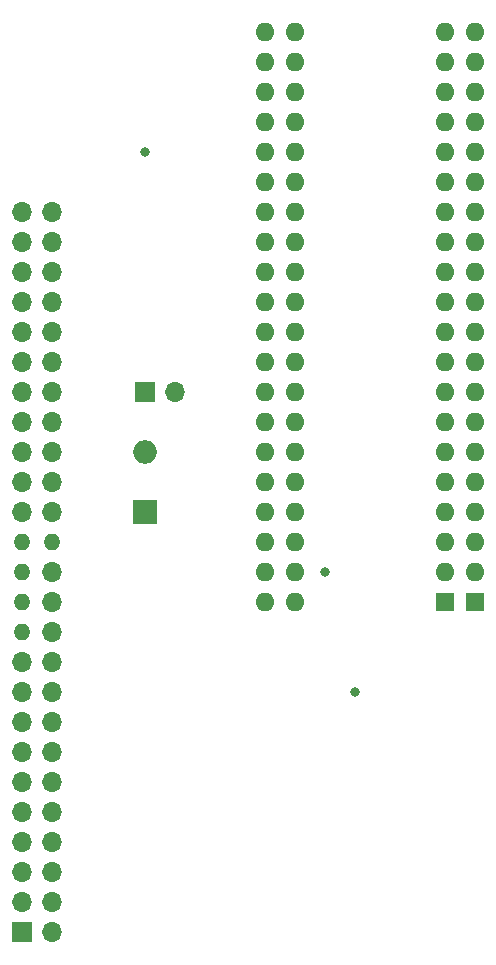
<source format=gbr>
%TF.GenerationSoftware,KiCad,Pcbnew,7.0.5-0*%
%TF.CreationDate,2023-05-30T18:10:52-04:00*%
%TF.ProjectId,SCSI adapter version 3,53435349-2061-4646-9170-746572207665,rev?*%
%TF.SameCoordinates,Original*%
%TF.FileFunction,Copper,L3,Inr*%
%TF.FilePolarity,Positive*%
%FSLAX46Y46*%
G04 Gerber Fmt 4.6, Leading zero omitted, Abs format (unit mm)*
G04 Created by KiCad (PCBNEW 7.0.5-0) date 2023-05-30 18:10:52*
%MOMM*%
%LPD*%
G01*
G04 APERTURE LIST*
%TA.AperFunction,ComponentPad*%
%ADD10R,1.700000X1.700000*%
%TD*%
%TA.AperFunction,ComponentPad*%
%ADD11O,1.700000X1.700000*%
%TD*%
%TA.AperFunction,ComponentPad*%
%ADD12R,1.600000X1.600000*%
%TD*%
%TA.AperFunction,ComponentPad*%
%ADD13O,1.600000X1.600000*%
%TD*%
%TA.AperFunction,ComponentPad*%
%ADD14O,1.400000X1.400000*%
%TD*%
%TA.AperFunction,ComponentPad*%
%ADD15R,2.000000X2.000000*%
%TD*%
%TA.AperFunction,ComponentPad*%
%ADD16O,2.000000X2.000000*%
%TD*%
%TA.AperFunction,ViaPad*%
%ADD17C,0.800000*%
%TD*%
G04 APERTURE END LIST*
D10*
%TO.N,VDD/Tpower*%
%TO.C,TermPWR*%
X68580000Y-91440000D03*
D11*
X71120000Y-91440000D03*
%TD*%
D12*
%TO.N,N/C*%
%TO.C,<-Socket*%
X96520000Y-109220000D03*
D13*
%TO.N,D7*%
X96520000Y-106680000D03*
%TO.N,D6*%
X96520000Y-104140000D03*
%TO.N,D5*%
X96520000Y-101600000D03*
%TO.N,D4*%
X96520000Y-99060000D03*
%TO.N,D3*%
X96520000Y-96520000D03*
%TO.N,D2*%
X96520000Y-93980000D03*
%TO.N,D1*%
X96520000Y-91440000D03*
%TO.N,D0*%
X96520000Y-88900000D03*
%TO.N,parity*%
X96520000Y-86360000D03*
%TO.N,GND*%
X96520000Y-83820000D03*
%TO.N,SEL*%
X96520000Y-81280000D03*
%TO.N,BSY*%
X96520000Y-78740000D03*
%TO.N,ACK*%
X96520000Y-76200000D03*
%TO.N,ATN*%
X96520000Y-73660000D03*
%TO.N,RST*%
X96520000Y-71120000D03*
%TO.N,I/O*%
X96520000Y-68580000D03*
%TO.N,C/D*%
X96520000Y-66040000D03*
%TO.N,MSG*%
X96520000Y-63500000D03*
%TO.N,REQ*%
X96520000Y-60960000D03*
%TO.N,N/C*%
X81280000Y-60960000D03*
X81280000Y-63500000D03*
X81280000Y-66040000D03*
X81280000Y-68580000D03*
X81280000Y-71120000D03*
X81280000Y-73660000D03*
X81280000Y-76200000D03*
X81280000Y-78740000D03*
X81280000Y-81280000D03*
X81280000Y-83820000D03*
%TO.N,VDD/Tpower*%
X81280000Y-86360000D03*
%TO.N,N/C*%
X81280000Y-88900000D03*
X81280000Y-91440000D03*
X81280000Y-93980000D03*
X81280000Y-96520000D03*
X81280000Y-99060000D03*
X81280000Y-101600000D03*
X81280000Y-104140000D03*
X81280000Y-106680000D03*
X81280000Y-109220000D03*
%TD*%
D12*
%TO.N,N/C*%
%TO.C,<-Socket*%
X93980000Y-109220000D03*
D13*
%TO.N,D7*%
X93980000Y-106680000D03*
%TO.N,D6*%
X93980000Y-104140000D03*
%TO.N,D5*%
X93980000Y-101600000D03*
%TO.N,D4*%
X93980000Y-99060000D03*
%TO.N,D3*%
X93980000Y-96520000D03*
%TO.N,D2*%
X93980000Y-93980000D03*
%TO.N,D1*%
X93980000Y-91440000D03*
%TO.N,D0*%
X93980000Y-88900000D03*
%TO.N,parity*%
X93980000Y-86360000D03*
%TO.N,GND*%
X93980000Y-83820000D03*
%TO.N,SEL*%
X93980000Y-81280000D03*
%TO.N,BSY*%
X93980000Y-78740000D03*
%TO.N,ACK*%
X93980000Y-76200000D03*
%TO.N,ATN*%
X93980000Y-73660000D03*
%TO.N,RST*%
X93980000Y-71120000D03*
%TO.N,I/O*%
X93980000Y-68580000D03*
%TO.N,C/D*%
X93980000Y-66040000D03*
%TO.N,MSG*%
X93980000Y-63500000D03*
%TO.N,REQ*%
X93980000Y-60960000D03*
%TO.N,N/C*%
X78740000Y-60960000D03*
X78740000Y-63500000D03*
X78740000Y-66040000D03*
X78740000Y-68580000D03*
X78740000Y-71120000D03*
X78740000Y-73660000D03*
X78740000Y-76200000D03*
X78740000Y-78740000D03*
X78740000Y-81280000D03*
X78740000Y-83820000D03*
%TO.N,VDD/Tpower*%
X78740000Y-86360000D03*
%TO.N,N/C*%
X78740000Y-88900000D03*
X78740000Y-91440000D03*
X78740000Y-93980000D03*
X78740000Y-96520000D03*
X78740000Y-99060000D03*
X78740000Y-101600000D03*
X78740000Y-104140000D03*
X78740000Y-106680000D03*
X78740000Y-109220000D03*
%TD*%
D10*
%TO.N,GND*%
%TO.C,SCSI50*%
X58133089Y-137160000D03*
D11*
%TO.N,D0*%
X60673089Y-137160000D03*
%TO.N,GND*%
X58133089Y-134620000D03*
%TO.N,D1*%
X60673089Y-134620000D03*
%TO.N,GND*%
X58133089Y-132080000D03*
%TO.N,D2*%
X60673089Y-132080000D03*
%TO.N,GND*%
X58133089Y-129540000D03*
%TO.N,D3*%
X60673089Y-129540000D03*
%TO.N,GND*%
X58133089Y-127000000D03*
%TO.N,D4*%
X60673089Y-127000000D03*
%TO.N,GND*%
X58133089Y-124460000D03*
%TO.N,D5*%
X60673089Y-124460000D03*
%TO.N,GND*%
X58133089Y-121920000D03*
%TO.N,D6*%
X60673089Y-121920000D03*
%TO.N,GND*%
X58133089Y-119380000D03*
%TO.N,D7*%
X60673089Y-119380000D03*
%TO.N,GND*%
X58133089Y-116840000D03*
%TO.N,parity*%
X60673089Y-116840000D03*
%TO.N,GND*%
X58133089Y-114300000D03*
X60673089Y-114300000D03*
D14*
%TO.N,N/C*%
X58133089Y-111760000D03*
D11*
%TO.N,GND*%
X60673089Y-111760000D03*
D14*
%TO.N,N/C*%
X58133089Y-109220000D03*
D11*
X60673089Y-109220000D03*
D14*
X58133089Y-106680000D03*
D11*
%TO.N,VDD/Tpower*%
X60673089Y-106680000D03*
D14*
%TO.N,N/C*%
X58133089Y-104140000D03*
X60673089Y-104140000D03*
D11*
%TO.N,GND*%
X58133089Y-101600000D03*
X60673089Y-101600000D03*
X58133089Y-99060000D03*
%TO.N,ATN*%
X60673089Y-99060000D03*
%TO.N,GND*%
X58133089Y-96520000D03*
X60673089Y-96520000D03*
X58133089Y-93980000D03*
%TO.N,BSY*%
X60673089Y-93980000D03*
%TO.N,GND*%
X58133089Y-91440000D03*
%TO.N,ACK*%
X60673089Y-91440000D03*
%TO.N,GND*%
X58133089Y-88900000D03*
%TO.N,RST*%
X60673089Y-88900000D03*
%TO.N,GND*%
X58133089Y-86360000D03*
%TO.N,MSG*%
X60673089Y-86360000D03*
%TO.N,GND*%
X58133089Y-83820000D03*
%TO.N,SEL*%
X60673089Y-83820000D03*
%TO.N,GND*%
X58133089Y-81280000D03*
%TO.N,C/D*%
X60673089Y-81280000D03*
%TO.N,GND*%
X58133089Y-78740000D03*
%TO.N,REQ*%
X60673089Y-78740000D03*
%TO.N,GND*%
X58133089Y-76200000D03*
%TO.N,I/O*%
X60673089Y-76200000D03*
%TD*%
D15*
%TO.N,VDD/Tpower*%
%TO.C,Diode*%
X68580000Y-101600000D03*
D16*
X68580000Y-96520000D03*
%TD*%
D17*
%TO.N,D6*%
X86360000Y-116840000D03*
%TO.N,D4*%
X83820000Y-106680000D03*
%TO.N,ATN*%
X68580000Y-71120000D03*
%TD*%
M02*

</source>
